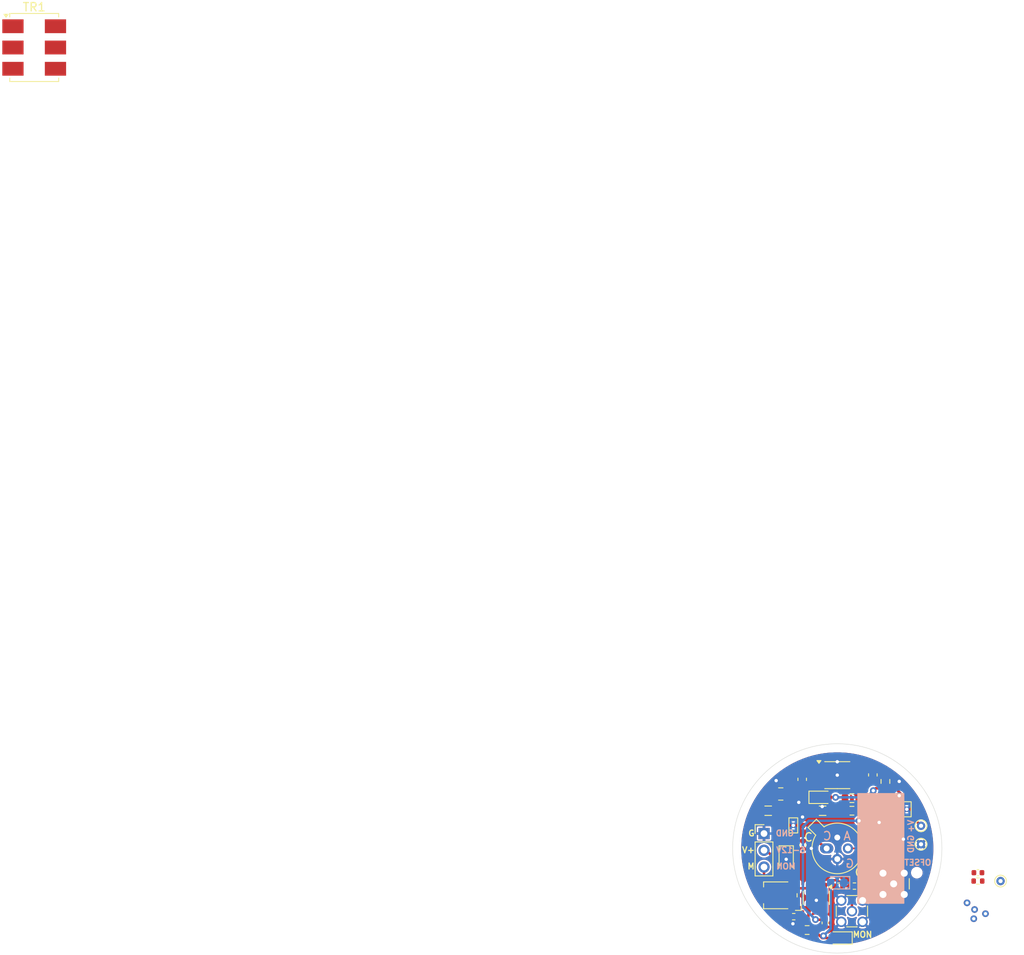
<source format=kicad_pcb>
(kicad_pcb (version 20241229) (generator "pcbnew") (generator_version "9.0")
  (layers (0 "F.Cu" signal) (2 "B.Cu" signal) (13 "F.Paste" user) (15 "B.Paste" user) (5 "F.SilkS" user "F.Silkscreen") (7 "B.SilkS" user "B.Silkscreen") (1 "F.Mask" user) (3 "B.Mask" user) (25 "Edge.Cuts" user))
  (net 0 "")
  (net 1 "/+9V")
  (net 2 "GND")
  (net 3 "/SET+")
  (net 4 "+5V")
  (net 5 "Net-(D3-K)")
  (net 6 "Net-(C5-Pad1)")
  (net 7 "Net-(U2-Iin)")
  (net 8 "Net-(D3-A)")
  (net 9 "Net-(J2-In)")
  (net 10 "Net-(D2-A)")
  (net 11 "Net-(L1-Pad1)")
  (net 12 "Net-(U2-CCAP)")
  (net 14 "Net-(U2-OFFSET)")
  (net 15 "Net-(J3-In)")
  (net 16 "Net-(J1-Pin_3)")
  (net 17 "Net-(R7-Pad2)")
  (net 18 "Net-(U3-+)")
  (net 19 "Net-(D1-K)")
  (net 20 "Net-(D1-A)")
  (net 21 "Net-(U3--)")
  (net 22 "Net-(D4-A)")
  (net 23 "Net-(U2-+V)")
  (footprint "RF_Mini-Circuits:Mini-Circuits_CD542_H2.84mm" (layer "F.Cu") (at 4.085 4.345)
    (property "Reference" "TR1" (at 0 -4.826 0) (layer "F.SilkS"))
    (property "Value" "ADT1.5-1")
    (fp_line (start -2.921 -4.064) (end -2.921 -3.65) (stroke (width 0.12)) (layer "F.SilkS"))
    (fp_line (start -2.921 3.65) (end -2.921 4.064) (stroke (width 0.12)) (layer "F.SilkS"))
    (fp_line (start -2.921 4.064) (end 2.921 4.064) (stroke (width 0.12)) (layer "F.SilkS"))
    (fp_line (start 2.921 -4.064) (end -2.921 -4.064) (stroke (width 0.12)) (layer "F.SilkS"))
    (fp_line (start 2.921 -4.064) (end 2.921 -3.65) (stroke (width 0.12)) (layer "F.SilkS"))
    (fp_line (start 2.921 3.65) (end 2.921 4.064) (stroke (width 0.12)) (layer "F.SilkS"))
    (fp_poly (pts (xy -3.3655 -3.63) (xy -3.6055 -3.966) (xy -3.1255 -3.966) (xy -3.3655 -3.63)) (stroke (width 0.12)) (fill yes) (layer "F.SilkS"))
    (pad "1" smd rect (at -2.54 -2.54) (size 2.54 1.65) (layers "F.Cu" "F.Mask" "F.Paste"))
    (pad "2" smd rect (at -2.54 0) (size 2.54 1.65) (layers "F.Cu" "F.Mask" "F.Paste"))
    (pad "3" smd rect (at -2.54 2.54) (size 2.54 1.65) (layers "F.Cu" "F.Mask" "F.Paste"))
    (pad "4" smd rect (at 2.54 2.54) (size 2.54 1.65) (layers "F.Cu" "F.Mask" "F.Paste"))
    (pad "5" smd rect (at 2.54 0) (size 2.54 1.65) (layers "F.Cu" "F.Mask" "F.Paste"))
    (pad "6" smd rect (at 2.54 -2.54) (size 2.54 1.65) (layers "F.Cu" "F.Mask" "F.Paste"))
  )
  (footprint "Resistor_SMD:R_0402_1005Metric" (layer "F.Cu") (at 116.8 103.9)
    (property "Reference" "R7" (hide yes))
    (property "Value" "49.9")
    (fp_line (start -0.153641 -0.38) (end 0.153641 -0.38) (stroke (width 0.12)) (layer "F.SilkS"))
    (fp_line (start -0.153641 0.38) (end 0.153641 0.38) (stroke (width 0.12)) (layer "F.SilkS"))
    (pad "1" smd roundrect (at -0.51 0) (size 0.54 0.64) (layers "F.Cu" "F.Mask" "F.Paste") (net 14 "Net-(U2-OFFSET)"))
    (pad "2" smd roundrect (at 0.51 0) (size 0.54 0.64) (layers "F.Cu" "F.Mask" "F.Paste") (net 17 "Net-(R7-Pad2)"))
  )
  (footprint "Resistor_SMD:R_0603_1608Metric" (layer "F.Cu") (at 101.75 95.5 180)
    (property "Reference" "R3" (hide yes))
    (property "Value" "300R")
    (fp_line (start -0.237258 0.5225) (end 0.237258 0.5225) (stroke (width 0.12)) (layer "F.SilkS"))
    (fp_line (start -0.237258 -0.5225) (end 0.237258 -0.5225) (stroke (width 0.12)) (layer "F.SilkS"))
    (pad "1" smd roundrect (at -0.825 0 180) (size 0.8 0.95) (layers "F.Cu" "F.Mask" "F.Paste") (net 4 "+5V"))
    (pad "2" smd roundrect (at 0.825 0 180) (size 0.8 0.95) (layers "F.Cu" "F.Mask" "F.Paste") (net 11 "Net-(L1-Pad1)"))
  )
  (footprint "Resistor_SMD:R_0402_1005Metric" (layer "F.Cu") (at 102.05 104.5 180)
    (property "Reference" "R6" (hide yes))
    (property "Value" "100k")
    (fp_line (start -0.153641 0.38) (end 0.153641 0.38) (stroke (width 0.12)) (layer "F.SilkS"))
    (fp_line (start -0.153641 -0.38) (end 0.153641 -0.38) (stroke (width 0.12)) (layer "F.SilkS"))
    (pad "1" smd roundrect (at -0.51 0 180) (size 0.54 0.64) (layers "F.Cu" "F.Mask" "F.Paste") (net 15 "Net-(J3-In)"))
    (pad "2" smd roundrect (at 0.51 0 180) (size 0.54 0.64) (layers "F.Cu" "F.Mask" "F.Paste") (net 18 "Net-(U3-+)"))
  )
  (footprint "Diode_SMD:D_SOD-323" (layer "F.Cu") (at 93.9 101.3 -90)
    (property "Reference" "D1" (hide yes))
    (property "Value" "1N5819WS")
    (fp_line (start -1.61 0.85) (end 1.05 0.85) (stroke (width 0.12)) (layer "F.SilkS"))
    (fp_line (start -1.61 -0.85) (end -1.61 0.85) (stroke (width 0.12)) (layer "F.SilkS"))
    (fp_line (start -1.61 -0.85) (end 1.05 -0.85) (stroke (width 0.12)) (layer "F.SilkS"))
    (pad "1" smd roundrect (at -1.05 0 270) (size 0.6 0.45) (layers "F.Cu" "F.Mask" "F.Paste") (net 19 "Net-(D1-K)"))
    (pad "2" smd roundrect (at 1.05 0 270) (size 0.6 0.45) (layers "F.Cu" "F.Mask" "F.Paste") (net 20 "Net-(D1-A)"))
  )
  (footprint "Capacitor_SMD:C_0603_1608Metric" (layer "F.Cu") (at 95.809 91.75 -90)
    (property "Reference" "C1" (hide yes))
    (property "Value" "4u7")
    (fp_line (start -0.14058 0.51) (end 0.14058 0.51) (stroke (width 0.12)) (layer "F.SilkS"))
    (fp_line (start -0.14058 -0.51) (end 0.14058 -0.51) (stroke (width 0.12)) (layer "F.SilkS"))
    (pad "1" smd roundrect (at -0.775 0 270) (size 0.9 0.95) (layers "F.Cu" "F.Mask" "F.Paste") (net 1 "/+9V"))
    (pad "2" smd roundrect (at 0.775 0 270) (size 0.9 0.95) (layers "F.Cu" "F.Mask" "F.Paste") (net 2 "GND"))
  )
  (footprint "Package_SO:MSOP-10-1EP_3x3mm_P0.5mm_EP1.68x1.88mm" (layer "F.Cu") (at 100 91.25)
    (property "Reference" "U1" (hide yes))
    (property "Value" "LT3042EMSE")
    (fp_line (start 0 -1.61) (end -1.5 -1.61) (stroke (width 0.12)) (layer "F.SilkS"))
    (fp_line (start 0 -1.61) (end 1.5 -1.61) (stroke (width 0.12)) (layer "F.SilkS"))
    (fp_line (start 0 1.61) (end -1.5 1.61) (stroke (width 0.12)) (layer "F.SilkS"))
    (fp_line (start 0 1.61) (end 1.5 1.61) (stroke (width 0.12)) (layer "F.SilkS"))
    (fp_poly (pts (xy -2.1875 -1.41) (xy -2.4275 -1.74) (xy -1.9475 -1.74) (xy -2.1875 -1.41)) (stroke (width 0.12)) (fill yes) (layer "F.SilkS"))
    (pad "1" smd roundrect (at -2.15 -1) (size 1.45 0.3) (layers "F.Cu" "F.Mask" "F.Paste") (net 1 "/+9V"))
    (pad "2" smd roundrect (at -2.15 -0.5) (size 1.45 0.3) (layers "F.Cu" "F.Mask" "F.Paste") (net 1 "/+9V"))
    (pad "3" smd roundrect (at -2.15 0) (size 1.45 0.3) (layers "F.Cu" "F.Mask" "F.Paste") (net 1 "/+9V"))
    (pad "4" smd roundrect (at -2.15 0.5) (size 1.45 0.3) (layers "F.Cu" "F.Mask" "F.Paste"))
    (pad "5" smd roundrect (at -2.15 1) (size 1.45 0.3) (layers "F.Cu" "F.Mask" "F.Paste") (net 2 "GND"))
    (pad "6" smd roundrect (at 2.15 1) (size 1.45 0.3) (layers "F.Cu" "F.Mask" "F.Paste") (net 1 "/+9V"))
    (pad "7" smd roundrect (at 2.15 0.5) (size 1.45 0.3) (layers "F.Cu" "F.Mask" "F.Paste") (net 3 "/SET+"))
    (pad "8" smd roundrect (at 2.15 0) (size 1.45 0.3) (layers "F.Cu" "F.Mask" "F.Paste") (net 2 "GND"))
    (pad "9" smd roundrect (at 2.15 -0.5) (size 1.45 0.3) (layers "F.Cu" "F.Mask" "F.Paste") (net 4 "+5V"))
    (pad "10" smd roundrect (at 2.15 -1) (size 1.45 0.3) (layers "F.Cu" "F.Mask" "F.Paste") (net 4 "+5V"))
    (pad "11" smd rect (at 0 0) (size 1.68 1.88) (property pad_prop_heatsink) (layers "F.Cu" "F.Mask") (net 2 "GND"))
  )
  (footprint "Capacitor_SMD:C_0402_1005Metric" (layer "F.Cu") (at 104.3 101.1 180)
    (property "Reference" "C13" (hide yes))
    (property "Value" "1u")
    (fp_line (start -0.107836 0.36) (end 0.107836 0.36) (stroke (width 0.12)) (layer "F.SilkS"))
    (fp_line (start -0.107836 -0.36) (end 0.107836 -0.36) (stroke (width 0.12)) (layer "F.SilkS"))
    (pad "1" smd roundrect (at -0.48 0 180) (size 0.56 0.62) (layers "F.Cu" "F.Mask" "F.Paste") (net 12 "Net-(U2-CCAP)"))
    (pad "2" smd roundrect (at 0.48 0 180) (size 0.56 0.62) (layers "F.Cu" "F.Mask" "F.Paste") (net 2 "GND"))
  )
  (footprint "Capacitor_SMD:C_0603_1608Metric" (layer "F.Cu") (at 104.25 95.05 -90)
    (property "Reference" "C2" (hide yes))
    (property "Value" "4u7")
    (fp_line (start -0.14058 0.51) (end 0.14058 0.51) (stroke (width 0.12)) (layer "F.SilkS"))
    (fp_line (start -0.14058 -0.51) (end 0.14058 -0.51) (stroke (width 0.12)) (layer "F.SilkS"))
    (pad "1" smd roundrect (at -0.775 0 270) (size 0.9 0.95) (layers "F.Cu" "F.Mask" "F.Paste") (net 3 "/SET+"))
    (pad "2" smd roundrect (at 0.775 0 270) (size 0.9 0.95) (layers "F.Cu" "F.Mask" "F.Paste") (net 2 "GND"))
  )
  (footprint "Potentiometer_SMD:Potentiometer_Bourns_TC33X_Vertical" (layer "F.Cu") (at 93.1 105.6 180)
    (property "Reference" "RV1" (hide yes))
    (property "Value" "100k")
    (fp_line (start 1.9 1.6) (end 1.9 1) (stroke (width 0.12)) (layer "F.SilkS"))
    (fp_line (start 1.9 -1.6) (end 1.9 -1) (stroke (width 0.12)) (layer "F.SilkS"))
    (fp_line (start -1 1.6) (end 1.9 1.6) (stroke (width 0.12)) (layer "F.SilkS"))
    (fp_line (start -1 -1.6) (end 1.9 -1.6) (stroke (width 0.12)) (layer "F.SilkS"))
    (fp_line (start -1.9 -1.8) (end -2.6 -1.8) (stroke (width 0.12)) (layer "F.SilkS"))
    (fp_line (start -2.1 -0.2) (end -2.1 0.2) (stroke (width 0.12)) (layer "F.SilkS"))
    (fp_line (start -2.6 -1.8) (end -2.6 -1.1) (stroke (width 0.12)) (layer "F.SilkS"))
    (pad "1" smd rect (at -1.8 -1 180) (size 1.2 1.2) (layers "F.Cu" "F.Mask" "F.Paste") (net 16 "Net-(J1-Pin_3)"))
    (pad "2" smd rect (at 1.45 0 180) (size 1.5 1.6) (layers "F.Cu" "F.Mask" "F.Paste") (net 16 "Net-(J1-Pin_3)"))
    (pad "3" smd rect (at -1.8 1 180) (size 1.2 1.2) (layers "F.Cu" "F.Mask" "F.Paste") (net 21 "Net-(U3--)"))
  )
  (footprint "NFM:NFM21C" (layer "F.Cu") (at 108.3 95.325 -90)
    (property "Reference" "C6" (hide yes))
    (property "Value" "NFM21PC105B1C3D")
    (fp_rect (start -0.9 0.525) (end 0.9 -0.525) (stroke (width 0.12)) (fill no) (layer "F.SilkS"))
    (pad "1" smd roundrect (at -1.425 0 270) (size 1.4 0.8) (layers "F.Cu" "F.Mask" "F.Paste") (roundrect_rratio 0.05) (net 4 "+5V"))
    (pad "2" smd roundrect (at 0 -0.85 270) (size 0.6 1.1) (layers "F.Cu" "F.Mask" "F.Paste") (roundrect_rratio 0.05) (net 2 "GND"))
    (pad "2" thru_hole circle (at 0 0 270) (size 0.6 0.6) (drill 0.4) (layers "*.Cu") (net 2 "GND"))
    (pad "2" smd rect (at 0 0 270) (size 0.6 0.7) (layers "F.Cu") (net 2 "GND"))
    (pad "2" smd roundrect (at 0 0.85 270) (size 0.6 1.1) (layers "F.Cu" "F.Mask" "F.Paste") (roundrect_rratio 0.05) (net 2 "GND"))
    (pad "3" smd roundrect (at 1.425 0 270) (size 1.4 0.8) (layers "F.Cu" "F.Mask" "F.Paste") (roundrect_rratio 0.05) (net 23 "Net-(U2-+V)"))
  )
  (footprint "Capacitor_SMD:C_0402_1005Metric" (layer "F.Cu") (at 100.15 104.5)
    (property "Reference" "C11" (hide yes))
    (property "Value" "1n")
    (fp_line (start -0.107836 -0.36) (end 0.107836 -0.36) (stroke (width 0.12)) (layer "F.SilkS"))
    (fp_line (start -0.107836 0.36) (end 0.107836 0.36) (stroke (width 0.12)) (layer "F.SilkS"))
    (pad "1" smd roundrect (at -0.48 0) (size 0.56 0.62) (layers "F.Cu" "F.Mask" "F.Paste") (net 2 "GND"))
    (pad "2" smd roundrect (at 0.48 0) (size 0.56 0.62) (layers "F.Cu" "F.Mask" "F.Paste") (net 18 "Net-(U3-+)"))
  )
  (footprint "Capacitor_SMD:C_0402_1005Metric" (layer "F.Cu") (at 116.8 102.9 180)
    (property "Reference" "C14" (hide yes))
    (property "Value" "1u")
    (fp_line (start -0.107836 0.36) (end 0.107836 0.36) (stroke (width 0.12)) (layer "F.SilkS"))
    (fp_line (start -0.107836 -0.36) (end 0.107836 -0.36) (stroke (width 0.12)) (layer "F.SilkS"))
    (pad "1" smd roundrect (at -0.48 0 180) (size 0.56 0.62) (layers "F.Cu" "F.Mask" "F.Paste") (net 2 "GND"))
    (pad "2" smd roundrect (at 0.48 0 180) (size 0.56 0.62) (layers "F.Cu" "F.Mask" "F.Paste") (net 14 "Net-(U2-OFFSET)"))
  )
  (footprint "Resistor_SMD:R_0603_1608Metric" (layer "F.Cu") (at 105.8 95 -90)
    (property "Reference" "R1" (hide yes))
    (property "Value" "51k")
    (fp_line (start -0.237258 0.5225) (end 0.237258 0.5225) (stroke (width 0.12)) (layer "F.SilkS"))
    (fp_line (start -0.237258 -0.5225) (end 0.237258 -0.5225) (stroke (width 0.12)) (layer "F.SilkS"))
    (pad "1" smd roundrect (at -0.825 0 270) (size 0.8 0.95) (layers "F.Cu" "F.Mask" "F.Paste") (net 3 "/SET+"))
    (pad "2" smd roundrect (at 0.825 0 270) (size 0.8 0.95) (layers "F.Cu" "F.Mask" "F.Paste") (net 2 "GND"))
  )
  (footprint "Package_DFN_QFN:TDFN-8_1.4x1.6mm_P0.4mm" (layer "F.Cu") (at 106.6 100.2)
    (property "Reference" "U2" (hide yes))
    (property "Value" "MAX40658")
    (fp_line (start -0.7 -0.96) (end 0.7 -0.96) (stroke (width 0.12)) (layer "F.SilkS"))
    (fp_line (start -0.7 0.96) (end 0.7 0.96) (stroke (width 0.12)) (layer "F.SilkS"))
    (fp_poly (pts (xy -1.25 -0.87) (xy -1.53 -0.87) (xy -1.25 -1.15) (xy -1.25 -0.87)) (stroke (width 0.12)) (fill yes) (layer "F.SilkS"))
    (pad "1" smd roundrect (at -0.675 -0.6) (size 0.8 0.2) (layers "F.Cu" "F.Mask" "F.Paste") (net 23 "Net-(U2-+V)"))
    (pad "2" smd roundrect (at -0.675 -0.2) (size 0.8 0.2) (layers "F.Cu" "F.Mask" "F.Paste") (net 7 "Net-(U2-Iin)"))
    (pad "3" smd roundrect (at -0.675 0.2) (size 0.8 0.2) (layers "F.Cu" "F.Mask" "F.Paste") (net 12 "Net-(U2-CCAP)"))
    (pad "4" smd roundrect (at -0.675 0.6) (size 0.8 0.2) (layers "F.Cu" "F.Mask" "F.Paste") (net 14 "Net-(U2-OFFSET)"))
    (pad "5" smd roundrect (at 0.675 0.6) (size 0.8 0.2) (layers "F.Cu" "F.Mask" "F.Paste") (net 2 "GND"))
    (pad "6" smd roundrect (at 0.675 0.2) (size 0.8 0.2) (layers "F.Cu" "F.Mask" "F.Paste") (net 15 "Net-(J3-In)"))
    (pad "7" smd roundrect (at 0.675 -0.2) (size 0.8 0.2) (layers "F.Cu" "F.Mask" "F.Paste") (net 9 "Net-(J2-In)"))
    (pad "8" smd roundrect (at 0.675 -0.6) (size 0.8 0.2) (layers "F.Cu" "F.Mask" "F.Paste") (net 2 "GND"))
  )
  (footprint "Capacitor_SMD:C_0402_1005Metric" (layer "F.Cu") (at 106.5 98.6)
    (property "Reference" "C10" (hide yes))
    (property "Value" "1n C0G")
    (fp_line (start -0.107836 -0.36) (end 0.107836 -0.36) (stroke (width 0.12)) (layer "F.SilkS"))
    (fp_line (start -0.107836 0.36) (end 0.107836 0.36) (stroke (width 0.12)) (layer "F.SilkS"))
    (pad "1" smd roundrect (at -0.48 0) (size 0.56 0.62) (layers "F.Cu" "F.Mask" "F.Paste") (net 23 "Net-(U2-+V)"))
    (pad "2" smd roundrect (at 0.48 0) (size 0.56 0.62) (layers "F.Cu" "F.Mask" "F.Paste") (net 2 "GND"))
  )
  (footprint "Capacitor_SMD:C_0402_1005Metric" (layer "F.Cu") (at 95.9 99.6 90)
    (property "Reference" "C15" (hide yes))
    (property "Value" "1n C0G")
    (fp_line (start -0.107836 -0.36) (end 0.107836 -0.36) (stroke (width 0.12)) (layer "F.SilkS"))
    (fp_line (start -0.107836 0.36) (end 0.107836 0.36) (stroke (width 0.12)) (layer "F.SilkS"))
    (pad "1" smd roundrect (at -0.48 0 90) (size 0.56 0.62) (layers "F.Cu" "F.Mask" "F.Paste") (net 2 "GND"))
    (pad "2" smd roundrect (at 0.48 0 90) (size 0.56 0.62) (layers "F.Cu" "F.Mask" "F.Paste") (net 5 "Net-(D3-K)"))
  )
  (footprint "TestPoint:TestPoint_THTPad_D1.0mm_Drill0.5mm" (layer "F.Cu") (at 110 99.5)
    (property "Reference" "TP2" (hide yes))
    (property "Value" "GND")
    (fp_circle (center 0 0) (end 0 0.7) (stroke (width 0.12)) (fill no) (layer "F.SilkS"))
    (pad "1" thru_hole circle (at 0 0) (size 1 1) (drill 0.5) (layers "*.Cu" "*.Mask") (net 2 "GND"))
  )
  (footprint "Resistor_SMD:R_0402_1005Metric" (layer "F.Cu") (at 104.3 98.9)
    (property "Reference" "R12" (hide yes))
    (property "Value" "49.9")
    (fp_line (start -0.153641 -0.38) (end 0.153641 -0.38) (stroke (width 0.12)) (layer "F.SilkS"))
    (fp_line (start -0.153641 0.38) (end 0.153641 0.38) (stroke (width 0.12)) (layer "F.SilkS"))
    (pad "1" smd roundrect (at -0.51 0) (size 0.54 0.64) (layers "F.Cu" "F.Mask" "F.Paste") (net 8 "Net-(D3-A)"))
    (pad "2" smd roundrect (at 0.51 0) (size 0.54 0.64) (layers "F.Cu" "F.Mask" "F.Paste") (net 2 "GND"))
  )
  (footprint "Inductor_SMD:L_0805_2012Metric" (layer "F.Cu") (at 98.25 95.5 180)
    (property "Reference" "L1" (hide yes))
    (property "Value" "100u")
    (fp_line (start -0.399622 0.56) (end 0.399622 0.56) (stroke (width 0.12)) (layer "F.SilkS"))
    (fp_line (start -0.399622 -0.56) (end 0.399622 -0.56) (stroke (width 0.12)) (layer "F.SilkS"))
    (pad "1" smd roundrect (at -1.0625 0 180) (size 0.875 1.2) (layers "F.Cu" "F.Mask" "F.Paste") (net 11 "Net-(L1-Pad1)"))
    (pad "2" smd roundrect (at 1.0625 0 180) (size 0.875 1.2) (layers "F.Cu" "F.Mask" "F.Paste") (net 6 "Net-(C5-Pad1)"))
  )
  (footprint "Connector_PinHeader_2.00mm:PinHeader_1x03_P2.00mm_Vertical" (layer "F.Cu") (at 91.25 98.225)
    (property "Reference" "J1" (hide yes))
    (property "Value" "Conn_01x03")
    (fp_line (start -1.06 -1.06) (end 0 -1.06) (stroke (width 0.12)) (layer "F.SilkS"))
    (fp_line (start -1.06 0) (end -1.06 -1.06) (stroke (width 0.12)) (layer "F.SilkS"))
    (fp_line (start -1.06 1) (end -1.06 5.06) (stroke (width 0.12)) (layer "F.SilkS"))
    (fp_line (start -1.06 1) (end 1.06 1) (stroke (width 0.12)) (layer "F.SilkS"))
    (fp_line (start -1.06 5.06) (end 1.06 5.06) (stroke (width 0.12)) (layer "F.SilkS"))
    (fp_line (start 1.06 1) (end 1.06 5.06) (stroke (width 0.12)) (layer "F.SilkS"))
    (pad "1" thru_hole rect (at 0 0) (size 1.35 1.35) (drill 0.8) (layers "*.Cu" "*.Mask") (net 2 "GND"))
    (pad "2" thru_hole oval (at 0 2) (size 1.35 1.35) (drill 0.8) (layers "*.Cu" "*.Mask") (net 20 "Net-(D1-A)"))
    (pad "3" thru_hole oval (at 0 4) (size 1.35 1.35) (drill 0.8) (layers "*.Cu" "*.Mask") (net 16 "Net-(J1-Pin_3)"))
  )
  (footprint "Resistor_SMD:R_0402_1005Metric" (layer "F.Cu") (at 94.8 108.15)
    (property "Reference" "R10" (hide yes))
    (property "Value" "10k")
    (fp_line (start -0.153641 -0.38) (end 0.153641 -0.38) (stroke (width 0.12)) (layer "F.SilkS"))
    (fp_line (start -0.153641 0.38) (end 0.153641 0.38) (stroke (width 0.12)) (layer "F.SilkS"))
    (pad "1" smd roundrect (at -0.51 0) (size 0.54 0.64) (layers "F.Cu" "F.Mask" "F.Paste") (net 21 "Net-(U3--)"))
    (pad "2" smd roundrect (at 0.51 0) (size 0.54 0.64) (layers "F.Cu" "F.Mask" "F.Paste") (net 2 "GND"))
  )
  (footprint "Capacitor_SMD:C_0402_1005Metric" (layer "F.Cu") (at 98.55 108.9 -90)
    (property "Reference" "C4" (hide yes))
    (property "Value" "100n")
    (fp_line (start -0.107836 0.36) (end 0.107836 0.36) (stroke (width 0.12)) (layer "F.SilkS"))
    (fp_line (start -0.107836 -0.36) (end 0.107836 -0.36) (stroke (width 0.12)) (layer "F.SilkS"))
    (pad "1" smd roundrect (at -0.48 0 270) (size 0.56 0.62) (layers "F.Cu" "F.Mask" "F.Paste") (net 4 "+5V"))
    (pad "2" smd roundrect (at 0.48 0 270) (size 0.56 0.62) (layers "F.Cu" "F.Mask" "F.Paste") (net 2 "GND"))
  )
  (footprint "Connector_Coaxial:MMCX_Molex_73415-1471_Vertical" (layer "F.Cu") (at 101.75 107.5 180)
    (property "Reference" "J2" (hide yes))
    (property "Value" "RF")
    (fp_line (start 1.87 0.62) (end 1.87 -0.62) (stroke (width 0.12)) (layer "F.SilkS"))
    (fp_line (start 0.62 1.87) (end -0.62 1.87) (stroke (width 0.12)) (layer "F.SilkS"))
    (fp_line (start 0.62 -1.87) (end -0.62 -1.87) (stroke (width 0.12)) (layer "F.SilkS"))
    (fp_line (start -1.87 0.62) (end -1.87 -0.62) (stroke (width 0.12)) (layer "F.SilkS"))
    (pad "1" thru_hole circle (at 0 0 180) (size 1.24 1.24) (drill 0.84) (layers "*.Cu" "*.Mask") (net 9 "Net-(J2-In)"))
    (pad "2" thru_hole circle (at -1.27 -1.27 180) (size 1.24 1.24) (drill 0.84) (layers "*.Cu" "*.Mask") (net 2 "GND"))
    (pad "2" thru_hole circle (at -1.27 1.27 180) (size 1.24 1.24) (drill 0.84) (layers "*.Cu" "*.Mask") (net 2 "GND"))
    (pad "2" thru_hole circle (at 1.27 -1.27 180) (size 1.24 1.24) (drill 0.84) (layers "*.Cu" "*.Mask") (net 2 "GND"))
    (pad "2" thru_hole circle (at 1.27 1.27 180) (size 1.24 1.24) (drill 0.84) (layers "*.Cu" "*.Mask") (net 2 "GND"))
  )
  (footprint "NFM:NFM21C" (layer "F.Cu") (at 94.75 97.25 -90)
    (property "Reference" "C5" (hide yes))
    (property "Value" "NFM21PC105B1C3D")
    (fp_rect (start -0.9 0.525) (end 0.9 -0.525) (stroke (width 0.12)) (fill no) (layer "F.SilkS"))
    (pad "1" smd roundrect (at -1.425 0 270) (size 1.4 0.8) (layers "F.Cu" "F.Mask" "F.Paste") (roundrect_rratio 0.05) (net 6 "Net-(C5-Pad1)"))
    (pad "2" smd roundrect (at 0 -0.85 270) (size 0.6 1.1) (layers "F.Cu" "F.Mask" "F.Paste") (roundrect_rratio 0.05) (net 2 "GND"))
    (pad "2" thru_hole circle (at 0 0 270) (size 0.6 0.6) (drill 0.4) (layers "*.Cu") (net 2 "GND"))
    (pad "2" smd rect (at 0 0 270) (size 0.6 0.7) (layers "F.Cu") (net 2 "GND"))
    (pad "2" smd roundrect (at 0 0.85 270) (size 0.6 1.1) (layers "F.Cu" "F.Mask" "F.Paste") (roundrect_rratio 0.05) (net 2 "GND"))
    (pad "3" smd roundrect (at 1.425 0 270) (size 1.4 0.8) (layers "F.Cu" "F.Mask" "F.Paste") (roundrect_rratio 0.05) (net 5 "Net-(D3-K)"))
  )
  (footprint "Package_TO_SOT_SMD:SOT-23-5" (layer "F.Cu") (at 97.5 105.9 -90)
    (property "Reference" "U3" (hide yes))
    (property "Value" "LM321")
    (fp_line (start 0 1.56) (end -0.8 1.56) (stroke (width 0.12)) (layer "F.SilkS"))
    (fp_line (start 0 1.56) (end 0.8 1.56) (stroke (width 0.12)) (layer "F.SilkS"))
    (fp_line (start 0 -1.56) (end -0.8 -1.56) (stroke (width 0.12)) (layer "F.SilkS"))
    (fp_line (start 0 -1.56) (end 0.8 -1.56) (stroke (width 0.12)) (layer "F.SilkS"))
    (fp_poly (pts (xy -1.3 -1.51) (xy -1.54 -1.84) (xy -1.06 -1.84) (xy -1.3 -1.51)) (stroke (width 0.12)) (fill yes) (layer "F.SilkS"))
    (pad "1" smd roundrect (at -1.1375 -0.95 270) (size 1.325 0.6) (layers "F.Cu" "F.Mask" "F.Paste") (net 18 "Net-(U3-+)"))
    (pad "2" smd roundrect (at -1.1375 0 270) (size 1.325 0.6) (layers "F.Cu" "F.Mask" "F.Paste") (net 2 "GND"))
    (pad "3" smd roundrect (at -1.1375 0.95 270) (size 1.325 0.6) (layers "F.Cu" "F.Mask" "F.Paste") (net 21 "Net-(U3--)"))
    (pad "4" smd roundrect (at 1.1375 0.95 270) (size 1.325 0.6) (layers "F.Cu" "F.Mask" "F.Paste") (net 16 "Net-(J1-Pin_3)"))
    (pad "5" smd roundrect (at 1.1375 -0.95 270) (size 1.325 0.6) (layers "F.Cu" "F.Mask" "F.Paste") (net 4 "+5V"))
  )
  (footprint "Connector_Coaxial:MMCX_Molex_73415-1471_Vertical" (layer "F.Cu") (at 106.73 104.23)
    (property "Reference" "J3" (at -0.04 -3.2 0) (layer "F.SilkS"))
    (property "Value" "RF")
    (fp_line (start -1.87 0.62) (end -1.87 -0.62) (stroke (width 0.12)) (layer "F.SilkS"))
    (fp_line (start 0.62 -1.87) (end -0.62 -1.87) (stroke (width 0.12)) (layer "F.SilkS"))
    (fp_line (start 0.62 1.87) (end -0.62 1.87) (stroke (width 0.12)) (layer "F.SilkS"))
    (fp_line (start 1.87 0.62) (end 1.87 -0.62) (stroke (width 0.12)) (layer "F.SilkS"))
    (pad "1" thru_hole circle (at 0 0) (size 1.24 1.24) (drill 0.84) (layers "*.Cu" "*.Mask") (net 15 "Net-(J3-In)"))
    (pad "2" thru_hole circle (at -1.27 -1.27) (size 1.24 1.24) (drill 0.84) (layers "*.Cu" "*.Mask") (net 2 "GND"))
    (pad "2" thru_hole circle (at -1.27 1.27) (size 1.24 1.24) (drill 0.84) (layers "*.Cu" "*.Mask") (net 2 "GND"))
    (pad "2" thru_hole circle (at 1.27 -1.27) (size 1.24 1.24) (drill 0.84) (layers "*.Cu" "*.Mask") (net 2 "GND"))
    (pad "2" thru_hole circle (at 1.27 1.27) (size 1.24 1.24) (drill 0.84) (layers "*.Cu" "*.Mask") (net 2 "GND"))
  )
  (footprint "LED_SMD:LED_0603_1608Metric" (layer "F.Cu") (at 100.3 110.7 180)
    (property "Reference" "D4" (hide yes))
    (property "Value" "LED")
    (fp_line (start 0.8 -0.735) (end -1.485 -0.735) (stroke (width 0.12)) (layer "F.SilkS"))
    (fp_line (start -1.485 0.735) (end 0.8 0.735) (stroke (width 0.12)) (layer "F.SilkS"))
    (fp_line (start -1.485 -0.735) (end -1.485 0.735) (stroke (width 0.12)) (layer "F.SilkS"))
    (pad "1" smd roundrect (at -0.7875 0 180) (size 0.875 0.95) (layers "F.Cu" "F.Mask" "F.Paste") (net 2 "GND"))
    (pad "2" smd roundrect (at 0.7875 0 180) (size 0.875 0.95) (layers "F.Cu" "F.Mask" "F.Paste") (net 22 "Net-(D4-A)"))
  )
  (footprint "TestPoint:TestPoint_THTPad_D1.0mm_Drill0.5mm" (layer "F.Cu") (at 119.5 103.9)
    (property "Reference" "TP3" (hide yes))
    (property "Value" "OFFSET")
    (fp_circle (center 0 0) (end 0 0.7) (stroke (width 0.12)) (fill no) (layer "F.SilkS"))
    (pad "1" thru_hole circle (at 0 0) (size 1 1) (drill 0.5) (layers "*.Cu" "*.Mask") (net 17 "Net-(R7-Pad2)"))
  )
  (footprint "Resistor_SMD:R_0603_1608Metric" (layer "F.Cu") (at 105.75 92 90)
    (property "Reference" "R2" (hide yes))
    (property "Value" "1.5k")
    (fp_line (start -0.237258 -0.5225) (end 0.237258 -0.5225) (stroke (width 0.12)) (layer "F.SilkS"))
    (fp_line (start -0.237258 0.5225) (end 0.237258 0.5225) (stroke (width 0.12)) (layer "F.SilkS"))
    (pad "1" smd roundrect (at -0.825 0 90) (size 0.8 0.95) (layers "F.Cu" "F.Mask" "F.Paste") (net 10 "Net-(D2-A)"))
    (pad "2" smd roundrect (at 0.825 0 90) (size 0.8 0.95) (layers "F.Cu" "F.Mask" "F.Paste") (net 4 "+5V"))
  )
  (footprint "Capacitor_SMD:C_0402_1005Metric" (layer "F.Cu") (at 104.3 100)
    (property "Reference" "C8" (hide yes))
    (property "Value" "1n C0G")
    (fp_line (start -0.107836 -0.36) (end 0.107836 -0.36) (stroke (width 0.12)) (layer "F.SilkS"))
    (fp_line (start -0.107836 0.36) (end 0.107836 0.36) (stroke (width 0.12)) (layer "F.SilkS"))
    (pad "1" smd roundrect (at -0.48 0) (size 0.56 0.62) (layers "F.Cu" "F.Mask" "F.Paste") (net 8 "Net-(D3-A)"))
    (pad "2" smd roundrect (at 0.48 0) (size 0.56 0.62) (layers "F.Cu" "F.Mask" "F.Paste") (net 7 "Net-(U2-Iin)"))
  )
  (footprint "Capacitor_SMD:C_0805_2012Metric" (layer "F.Cu") (at 93.25 93.5 180)
    (property "Reference" "C12" (hide yes))
    (property "Value" "22u")
    (fp_line (start -0.261252 0.735) (end 0.261252 0.735) (stroke (width 0.12)) (layer "F.SilkS"))
    (fp_line (start -0.261252 -0.735) (end 0.261252 -0.735) (stroke (width 0.12)) (layer "F.SilkS"))
    (pad "1" smd roundrect (at -0.95 0 180) (size 1 1.45) (layers "F.Cu" "F.Mask" "F.Paste") (net 1 "/+9V"))
    (pad "2" smd roundrect (at 0.95 0 180) (size 1 1.45) (layers "F.Cu" "F.Mask" "F.Paste") (net 2 "GND"))
  )
  (footprint "Capacitor_SMD:C_0402_1005Metric" (layer "F.Cu") (at 106.5 97.6)
    (property "Reference" "C9" (hide yes))
    (property "Value" "10n")
    (fp_line (start -0.107836 -0.36) (end 0.107836 -0.36) (stroke (width 0.12)) (layer "F.SilkS"))
    (fp_line (start -0.107836 0.36) (end 0.107836 0.36) (stroke (width 0.12)) (layer "F.SilkS"))
    (pad "1" smd roundrect (at -0.48 0) (size 0.56 0.62) (layers "F.Cu" "F.Mask" "F.Paste") (net 23 "Net-(U2-+V)"))
    (pad "2" smd roundrect (at 0.48 0) (size 0.56 0.62) (layers "F.Cu" "F.Mask" "F.Paste") (net 2 "GND"))
  )
  (footprint "Capacitor_SMD:C_0603_1608Metric" (layer "F.Cu") (at 104.25 91.224 -90)
    (property "Reference" "C3" (hide yes))
    (property "Value" "4u7")
    (fp_line (start -0.14058 0.51) (end 0.14058 0.51) (stroke (width 0.12)) (layer "F.SilkS"))
    (fp_line (start -0.14058 -0.51) (end 0.14058 -0.51) (stroke (width 0.12)) (layer "F.SilkS"))
    (pad "1" smd roundrect (at -0.775 0 270) (size 0.9 0.95) (layers "F.Cu" "F.Mask" "F.Paste") (net 4 "+5V"))
    (pad "2" smd roundrect (at 0.775 0 270) (size 0.9 0.95) (layers "F.Cu" "F.Mask" "F.Paste") (net 2 "GND"))
  )
  (footprint "Inductor_SMD:L_0805_2012Metric" (layer "F.Cu") (at 91.75 95.5)
    (property "Reference" "L2" (hide yes))
    (property "Value" "100u")
    (fp_line (start -0.399622 -0.56) (end 0.399622 -0.56) (stroke (width 0.12)) (layer "F.SilkS"))
    (fp_line (start -0.399622 0.56) (end 0.399622 0.56) (stroke (width 0.12)) (layer "F.SilkS"))
    (pad "1" smd roundrect (at -1.0625 0) (size 0.875 1.2) (layers "F.Cu" "F.Mask" "F.Paste") (net 19 "Net-(D1-K)"))
    (pad "2" smd roundrect (at 1.0625 0) (size 0.875 1.2) (layers "F.Cu" "F.Mask" "F.Paste") (net 1 "/+9V"))
  )
  (footprint "Resistor_SMD:R_0603_1608Metric" (layer "F.Cu") (at 101.75 94 180)
    (property "Reference" "R9" (hide yes))
    (property "Value" "300R")
    (fp_line (start -0.237258 0.5225) (end 0.237258 0.5225) (stroke (width 0.12)) (layer "F.SilkS"))
    (fp_line (start -0.237258 -0.5225) (end 0.237258 -0.5225) (stroke (width 0.12)) (layer "F.SilkS"))
    (pad "1" smd roundrect (at -0.825 0 180) (size 0.8 0.95) (layers "F.Cu" "F.Mask" "F.Paste") (net 1 "/+9V"))
    (pad "2" smd roundrect (at 0.825 0 180) (size 0.8 0.95) (layers "F.Cu" "F.Mask" "F.Paste") (net 11 "Net-(L1-Pad1)"))
  )
  (footprint "Package_TO_SOT_THT:TO-18-3" (layer "F.Cu") (at 100 100)
    (property "Reference" "D3" (hide yes))
    (property "Value" "S597x")
    (fp_line (start -3.484448 -2.494499) (end -2.572281 -1.582331) (stroke (width 0.12)) (layer "F.SilkS"))
    (fp_line (start -2.494499 -3.484448) (end -3.484448 -2.494499) (stroke (width 0.12)) (layer "F.SilkS"))
    (fp_line (start -1.582331 -2.572281) (end -2.494499 -3.484448) (stroke (width 0.12)) (layer "F.SilkS"))
    (fp_arc (start -1.582331 -2.572281) (mid 2.135374 2.135551) (end -2.57215 -1.582544) (stroke (width 0.12)) (layer "F.SilkS"))
    (pad "1" thru_hole oval (at -1.27 0) (size 1.6 1.2) (drill 0.7) (layers "*.Cu" "*.Mask") (net 5 "Net-(D3-K)"))
    (pad "2" thru_hole oval (at 0 1.27) (size 1.2 1.2) (drill 0.7) (layers "*.Cu" "*.Mask") (net 2 "GND"))
    (pad "3" thru_hole oval (at 1.27 0) (size 1.2 1.2) (drill 0.7) (layers "*.Cu" "*.Mask") (net 8 "Net-(D3-A)"))
  )
  (footprint "TestPoint:TestPoint_THTPad_D1.0mm_Drill0.5mm" (layer "F.Cu") (at 110 97.3)
    (property "Reference" "TP1" (hide yes))
    (property "Value" "+V")
    (fp_circle (center 0 0) (end 0 0.7) (stroke (width 0.12)) (fill no) (layer "F.SilkS"))
    (pad "1" thru_hole circle (at 0 0) (size 1 1) (drill 0.5) (layers "*.Cu" "*.Mask") (net 23 "Net-(U2-+V)"))
  )
  (footprint "Resistor_SMD:R_0603_1608Metric" (layer "F.Cu") (at 96.4 109.75 180)
    (property "Reference" "R11" (hide yes))
    (property "Value" "1.5k")
    (fp_line (start -0.237258 0.5225) (end 0.237258 0.5225) (stroke (width 0.12)) (layer "F.SilkS"))
    (fp_line (start -0.237258 -0.5225) (end 0.237258 -0.5225) (stroke (width 0.12)) (layer "F.SilkS"))
    (pad "1" smd roundrect (at -0.825 0 180) (size 0.8 0.95) (layers "F.Cu" "F.Mask" "F.Paste") (net 22 "Net-(D4-A)"))
    (pad "2" smd roundrect (at 0.825 0 180) (size 0.8 0.95) (layers "F.Cu" "F.Mask" "F.Paste") (net 16 "Net-(J1-Pin_3)"))
  )
  (footprint "LED_SMD:LED_0603_1608Metric" (layer "F.Cu") (at 98.1 93.9)
    (property "Reference" "D2" (hide yes))
    (property "Value" "LED")
    (fp_line (start -1.485 -0.735) (end -1.485 0.735) (stroke (width 0.12)) (layer "F.SilkS"))
    (fp_line (start -1.485 0.735) (end 0.8 0.735) (stroke (width 0.12)) (layer "F.SilkS"))
    (fp_line (start 0.8 -0.735) (end -1.485 -0.735) (stroke (width 0.12)) (layer "F.SilkS"))
    (pad "1" smd roundrect (at -0.7875 0) (size 0.875 0.95) (layers "F.Cu" "F.Mask" "F.Paste") (net 2 "GND"))
    (pad "2" smd roundrect (at 0.7875 0) (size 0.875 0.95) (layers "F.Cu" "F.Mask" "F.Paste") (net 10 "Net-(D2-A)"))
  )
  (footprint "LED_SMD:LED_0603_1608Metric" (layer "B.Cu") (at 100 104.1 180)
    (property "Reference" "D5" (hide yes))
    (property "Value" "LED")
    (fp_line (start 0.8 -0.735) (end -1.485 -0.735) (stroke (width 0.12)) (layer "B.SilkS"))
    (fp_line (start -1.485 0.735) (end 0.8 0.735) (stroke (width 0.12)) (layer "B.SilkS"))
    (fp_line (start -1.485 -0.735) (end -1.485 0.735) (stroke (width 0.12)) (layer "B.SilkS"))
    (pad "1" smd roundrect (at -0.7875 0 180) (size 0.875 0.95) (layers "B.Cu" "B.Mask" "B.Paste") (net 2 "GND"))
    (pad "2" smd roundrect (at 0.7875 0 180) (size 0.875 0.95) (layers "B.Cu" "B.Mask" "B.Paste") (net 22 "Net-(D4-A)"))
  )
  (gr_rect (start 102.45 93.45) (end 107.95 106.55) (stroke (width 0.12)) (fill yes) (layer "B.SilkS"))
  (gr_circle (center 100 100) (end 112.5 100) (stroke (width 0.05)) (fill no) (layer "Edge.Cuts"))
  (gr_text "MON" (at 101.785 110.7 0) (layer "F.SilkS") (effects (font (size 0.7 0.7)) (justify left bottom)))
  (gr_text "C" (at 95.95 99.25 0) (layer "F.SilkS") (effects (font (size 1 1)) (justify left bottom)))
  (gr_text "G" (at 102 103.45 0) (layer "F.SilkS") (effects (font (size 1 1)) (justify left bottom)))
  (gr_text "M" (at 89.2 102.55 0) (layer "F.SilkS") (effects (font (size 0.7 0.7)) (justify left bottom)))
  (gr_text "V+" (at 88.55 100.6 0) (layer "F.SilkS") (effects (font (size 0.7 0.7)) (justify left bottom)))
  (gr_text "G" (at 89.3 98.6 0) (layer "F.SilkS") (effects (font (size 0.7 0.7)) (justify left bottom)))
  (gr_text "A" (at 102.55 98.35 0) (layer "F.SilkS") (effects (font (size 1 1)) (justify left bottom)))
  (gr_text "GND" (at 109.2 98.3 90) (layer "B.SilkS") (effects (font (size 0.7 0.7)) (justify left bottom mirror)))
  (gr_text "A" (at 101.7 99.1 -0) (layer "B.SilkS") (effects (font (size 1 1)) (justify left bottom mirror)))
  (gr_text "C" (at 99.4 99.1 -0) (layer "B.SilkS") (effects (font (size 1 1)) (justify left bottom mirror)))
  (gr_text "6-12V" (at 96.3 100.6 0) (layer "B.SilkS") (effects (font (size 0.7 0.7)) (justify left bottom mirror)))
  (gr_text "V+" (at 109.2 96.5 90) (layer "B.SilkS") (effects (font (size 0.7 0.7)) (justify left bottom mirror)))
  (gr_text "G" (at 102.1 102.4 -0) (layer "B.SilkS") (effects (font (size 1 1)) (justify left bottom mirror)))
  (gr_text "OFSET" (at 111.3 102.1 0) (layer "B.SilkS") (effects (font (size 0.7 0.7)) (justify left bottom mirror)))
  (gr_text "MON" (at 95.1 102.55 0) (layer "B.SilkS") (effects (font (size 0.7 0.7)) (justify left bottom mirror)))
  (gr_text "GND" (at 94.9 98.6 0) (layer "B.SilkS") (effects (font (size 0.7 0.7)) (justify left bottom mirror)))
  (segment (start 101.65 93) (end 102.15 92.5) (width 0.3) (layer "F.Cu") (net 1))
  (segment (start 94.2 93.5) (end 96.057696 93.5) (width 0.3) (layer "F.Cu") (net 1))
  (segment (start 101.575 93) (end 102.575 94) (width 0.3) (layer "F.Cu") (net 1))
  (segment (start 96.557696 93) (end 101.575 93) (width 0.3) (layer "F.Cu") (net 1))
  (segment (start 97.85 90.75) (end 96.084 90.75) (width 0.3) (layer "F.Cu") (net 1))
  (segment (start 95.809 90.975) (end 95.625 90.975) (width 0.6) (layer "F.Cu") (net 1))
  (segment (start 94.2 94.1125) (end 94.2 93.5) (width 0.6) (layer "F.Cu") (net 1))
  (segment (start 97.85 90.25) (end 96.358 90.25) (width 0.3) (layer "F.Cu") (net 1))
  (segment (start 97.85 91.25) (end 96.084 91.25) (width 0.3) (layer "F.Cu") (net 1))
  (segment (start 96.057696 93.5) (end 96.557696 93) (width 0.3) (layer "F.Cu") (net 1))
  (segment (start 101.575 93) (end 101.65 93) (width 0.3) (layer "F.Cu") (net 1))
  (segment (start 95.809 90.799) (end 95.809 90.975) (width 0.3) (layer "F.Cu") (net 1))
  (segment (start 95.625 90.975) (end 94.2 92.4) (width 0.6) (layer "F.Cu") (net 1))
  (segment (start 96.084 91.25) (end 95.809 90.975) (width 0.3) (layer "F.Cu") (net 1))
  (segment (start 96.358 90.25) (end 95.809 90.799) (width 0.3) (layer "F.Cu") (net 1))
  (segment (start 102.15 92.25) (end 102.15 92.5) (width 0.3) (layer "F.Cu") (net 1))
  (segment (start 94.2 92.4) (end 94.2 93.5) (width 0.6) (layer "F.Cu") (net 1))
  (segment (start 92.8125 95.5) (end 94.2 94.1125) (width 0.6) (layer "F.Cu") (net 1))
  (segment (start 97.85 92.25) (end 96.084 92.25) (width 0.3) (layer "F.Cu") (net 2))
  (segment (start 96.084 92.25) (end 95.809 92.525) (width 0.3) (layer "F.Cu") (net 2))
  (segment (start 102.15 91.25) (end 103.501 91.25) (width 0.3) (layer "F.Cu") (net 2))
  (segment (start 103.501 91.25) (end 104.25 91.999) (width 0.3) (layer "F.Cu") (net 2))
  (via (at 100.000001 91.249998) (size 0.8) (drill 0.4) (layers "F.Cu" "B.Cu") (net 2))
  (via (at 92.7 91.9) (size 0.8) (drill 0.4) (layers "F.Cu" "B.Cu") (net 2))
  (via (at 94.7 109) (size 0.8) (drill 0.4) (layers "F.Cu" "B.Cu") (net 2))
  (via (at 116.4 107.3) (size 0.8) (drill 0.4) (layers "F.Cu" "B.Cu") (net 2))
  (via (at 105 96.9) (size 0.8) (drill 0.4) (layers "F.Cu" "B.Cu") (net 2))
  (via (at 115.5 106.5) (size 0.8) (drill 0.4) (layers "F.Cu" "B.Cu") (net 2))
  (via (at 98.2 95) (size 0.8) (drill 0.4) (layers "F.Cu" "B.Cu") (net 2))
  (via (at 97.5 106.2) (size 0.8) (drill 0.4) (layers "F.Cu" "B.Cu") (net 2))
  (via (at 100 98.7) (size 1.2) (drill 0.7) (layers "F.Cu" "B.Cu") (net 2))
  (via (at 107.9 98.9) (size 0.8) (drill 0.4) (layers "F.Cu" "B.Cu") (net 2))
  (via (at 100 89.65) (size 0.8) (drill 0.4) (layers "F.Cu" "B.Cu") (net 2))
  (via (at 116.3 108.4) (size 0.8) (drill 0.4) (layers "F.Cu" "B.Cu") (net 2))
  (via (at 93.9 101.3) (size 0.8) (drill 0.4) (layers "F.Cu" "B.Cu") (net 2))
  (via (at 95.85 96.25) (size 0.8) (drill 0.4) (layers "F.Cu" "B.Cu") (net 2))
  (via (at 117.7 107.8) (size 0.8) (drill 0.4) (layers "F.Cu" "B.Cu") (net 2))
  (via (at 96.9 100) (size 0.8) (drill 0.4) (layers "F.Cu" "B.Cu") (net 2))
  (via (at 107.4 92) (size 0.8) (drill 0.4) (layers "F.Cu" "B.Cu") (net 2))
  (via (at 95.4 94.5) (size 0.8) (drill 0.4) (layers "F.Cu" "B.Cu") (net 2))
  (segment (start 104.25 94.225) (end 105.95 94.225) (width 0.3) (layer "F.Cu") (net 3))
  (segment (start 103.066 91.75) (end 103.365 92.049) (width 0.3) (layer "F.Cu") (net 3))
  (segment (start 103.365 93.34) (end 104.25 94.225) (width 0.3) (layer "F.Cu") (net 3))
  (segment (start 105.95 94.225) (end 106 94.175) (width 0.3) (layer "F.Cu") (net 3))
  (segment (start 103.365 92.049) (end 103.365 93.34) (width 0.3) (layer "F.Cu") (net 3))
  (segment (start 102.15 91.75) (end 103.066 91.75) (width 0.3) (layer "F.Cu") (net 3))
  (segment (start 103.949 90.75) (end 104.25 90.449) (width 0.3) (layer "F.Cu") (net 4))
  (segment (start 108.5 93.9) (end 108.014064 93.9) (width 0.3) (layer "F.Cu") (net 4))
  (segment (start 102.15 90.75) (end 103.949 90.75) (width 0.3) (layer "F.Cu") (net 4))
  (segment (start 104.139 90.5) (end 104.19 90.449) (width 0.3) (layer "F.Cu") (net 4))
  (segment (start 102.575 95.5) (end 102.575 96.675) (width 0.3) (layer "F.Cu") (net 4))
  (segment (start 98.5 107.1875) (end 98.35 107.0375) (width 0.3) (layer "F.Cu") (net 4))
  (segment (start 102.575 96.675) (end 102.6 96.7) (width 0.3) (layer "F.Cu") (net 4))
  (segment (start 105.75 91.635936) (end 105.75 91.175) (width 0.3) (layer "F.Cu") (net 4))
  (segment (start 107.4 93.7) (end 108.3 93.7) (width 0.3) (layer "F.Cu") (net 4))
  (segment (start 97.4 108.5) (end 97.42 108.52) (width 0.3) (layer "F.Cu") (net 4))
  (segment (start 104.25 90.449) (end 105.024 90.449) (width 0.3) (layer "F.Cu") (net 4))
  (segment (start 97.42 108.52) (end 98.5 108.52) (width 0.3) (layer "F.Cu") (net 4))
  (segment (start 108.3 93.7) (end 108.5 93.9) (width 0.3) (layer "F.Cu") (net 4))
  (segment (start 98.5 108.52) (end 98.5 107.1875) (width 0.3) (layer "F.Cu") (net 4))
  (segment (start 108.014064 93.9) (end 105.75 91.635936) (width 0.3) (layer "F.Cu") (net 4))
  (segment (start 105.024 90.449) (end 105.75 91.175) (width 0.3) (layer "F.Cu") (net 4))
  (segment (start 102.15 90.25) (end 104.139 90.25) (width 0.3) (layer "F.Cu") (net 4))
  (via (at 107.4 93.7) (size 0.8) (drill 0.4) (layers "F.Cu" "B.Cu") (net 4))
  (via (at 102.6 96.7) (size 0.8) (drill 0.4) (layers "F.Cu" "B.Cu") (net 4))
  (via (at 97.4 108.5) (size 0.8) (drill 0.4) (layers "F.Cu" "B.Cu") (net 4))
  (segment (start 96.6 96.7) (end 95.9 97.4) (width 0.3) (layer "B.Cu") (net 4))
  (segment (start 104.168629 96.6) (end 104.668629 96.1) (width 0.3) (layer "B.Cu") (net 4))
  (segment (start 102.7 96.6) (end 104.168629 96.6) (width 0.3) (layer "B.Cu") (net 4))
  (segment (start 102.6 96.7) (end 96.6 96.7) (width 0.3) (layer "B.Cu") (net 4))
  (segment (start 102.6 96.7) (end 102.7 96.6) (width 0.3) (layer "B.Cu") (net 4))
  (segment (start 95.9 107) (end 97.4 108.5) (width 0.3) (layer "B.Cu") (net 4))
  (segment (start 104.668629 96.1) (end 105 96.1) (width 0.3) (layer "B.Cu") (net 4))
  (segment (start 95.9 97.4) (end 95.9 107) (width 0.3) (layer "B.Cu") (net 4))
  (segment (start 105 96.1) (end 107.4 93.7) (width 0.3) (layer "B.Cu") (net 4))
  (segment (start 95.8 99.07) (end 94.75 99.07) (width 0.3) (layer "F.Cu") (net 5))
  (segment (start 94.75 99.07) (end 94.75 98.675) (width 0.3) (layer "F.Cu") (net 5))
  (segment (start 98.71 99.98) (end 98.73 100) (width 0.3) (layer "F.Cu") (net 5))
  (segment (start 95.8 99.07) (end 96.484781 99.07) (width 0.3) (layer "F.Cu") (net 5))
  (arc (start 96.484781 99.07) (mid 97.699885 99.311699) (end 98.73 100) (width 0.3) (layer "F.Cu") (net 5))
  (segment (start 94.825 95.5) (end 94.5 95.825) (width 0.3) (layer "F.Cu") (net 6))
  (segment (start 97.1875 95.5) (end 94.825 95.5) (width 0.3) (layer "F.Cu") (net 6))
  (segment (start 105.925 100) (end 104.78 100) (width 0.2) (layer "F.Cu") (net 7))
  (segment (start 103.82 98.93) (end 103.79 98.9) (width 0.2) (layer "F.Cu") (net 8))
  (segment (start 103.82 100) (end 103.82 98.93) (width 0.2) (layer "F.Cu") (net 8))
  (segment (start 101.4875 100) (end 101.27 100) (width 0.3) (layer "F.Cu") (net 8))
  (segment (start 103.82 100) (end 101.27 100) (width 0.2) (layer "F.Cu") (net 8))
  (segment (start 101.75 105.31) (end 102.56 104.5) (width 0.3) (layer "F.Cu") (net 9))
  (segment (start 101.75 107.5) (end 101.75 105.31) (width 0.3) (layer "F.Cu") (net 9))
  (segment (start 98.8875 93.9) (end 99.800024 93.9) (width 0.3) (layer "F.Cu") (net 10))
  (segment (start 104.574992 92.825) (end 104.299992 93.1) (width 0.3) (layer "F.Cu") (net 10))
  (segment (start 105.75 92.825) (end 104.574992 92.825) (width 0.3) (layer "F.Cu") (net 10))
  (via (at 99.800024 93.9) (size 0.8) (drill 0.4) (layers "F.Cu" "B.Cu") (net 10))
  (via (at 104.299992 93.1) (size 0.8) (drill 0.4) (layers "F.Cu" "B.Cu") (net 10))
  (segment (start 99.800024 93.9) (end 103.499992 93.9) (width 0.3) (layer "B.Cu") (net 10))
  (segment (start 103.499992 93.9) (end 104.299992 93.1) (width 0.3) (layer "B.Cu") (net 10))
  (segment (start 100.925 95.5) (end 99.3125 95.5) (width 0.3) (layer "F.Cu") (net 11))
  (segment (start 100.925 94) (end 100.925 95.5) (width 0.3) (layer "F.Cu") (net 11))
  (segment (start 105.925 100.4) (end 105.48 100.4) (width 0.2) (layer "F.Cu") (net 12))
  (segment (start 105.48 100.4) (end 104.78 101.1) (width 0.2) (layer "F.Cu") (net 12))
  (segment (start 96.55 107.0375) (end 96.55 108.775) (width 0.3) (layer "F.Cu") (net 16))
  (segment (start 95.575 109.75) (end 95.475 109.85) (width 0.3) (layer "F.Cu") (net 16))
  (segment (start 94.425306 109.85) (end 94.063674 109.641212) (width 0.3) (layer "F.Cu") (net 16))
  (segment (start 96.55 107.0375) (end 95.3375 107.0375) (width 0.3) (layer "F.Cu") (net 16))
  (segment (start 91.25 102.225) (end 91.25 105.2) (width 0.3) (layer "F.Cu") (net 16))
  (segment (start 96.55 108.775) (end 95.575 109.75) (width 0.3) (layer "F.Cu") (net 16))
  (segment (start 93.65 109.370065) (end 91.65 107.370065) (width 0.3) (layer "F.Cu") (net 16))
  (segment (start 91.25 105.2) (end 91.65 105.6) (width 0.3) (layer "F.Cu") (net 16))
  (segment (start 95.475 109.85) (end 94.425306 109.85) (width 0.3) (layer "F.Cu") (net 16))
  (segment (start 94.063674 109.641212) (end 93.65 109.370065) (width 0.3) (layer "F.Cu") (net 16))
  (segment (start 95.3375 107.0375) (end 94.9 106.6) (width 0.3) (layer "F.Cu") (net 16))
  (segment (start 91.65 107.370065) (end 91.65 105.6) (width 0.3) (layer "F.Cu") (net 16))
  (segment (start 100.63 104.38) (end 100.63 104.5) (width 0.3) (layer "F.Cu") (net 18))
  (segment (start 98.6125 104.5) (end 98.35 104.7625) (width 0.3) (layer "F.Cu") (net 18))
  (segment (start 98.45 104.65) (end 99.3 103.8) (width 0.3) (layer "F.Cu") (net 18))
  (segment (start 100.05 103.8) (end 100.63 104.38) (width 0.3) (layer "F.Cu") (net 18))
  (segment (start 99.3 103.8) (end 100.05 103.8) (width 0.3) (layer "F.Cu") (net 18))
  (segment (start 98.45 104.7625) (end 98.45 104.65) (width 0.3) (layer "F.Cu") (net 18))
  (segment (start 101.54 104.5) (end 100.63 104.5) (width 0.3) (layer "F.Cu") (net 18))
  (segment (start 90.8 95.5) (end 92.5 97.2) (width 0.3) (layer "F.Cu") (net 19))
  (segment (start 92.5 97.2) (end 92.5 98.6) (width 0.3) (layer "F.Cu") (net 19))
  (segment (start 93.9 100.25) (end 93.9 100) (width 0.3) (layer "F.Cu") (net 19))
  (segment (start 93.9 100) (end 92.5 98.6) (width 0.3) (layer "F.Cu") (net 19))
  (segment (start 90.6875 95.5) (end 90.8 95.5) (width 0.3) (layer "F.Cu") (net 19))
  (segment (start 91.525 100.225) (end 93.65 102.35) (width 0.3) (layer "F.Cu") (net 20))
  (segment (start 93.65 102.35) (end 93.9 102.35) (width 0.3) (layer "F.Cu") (net 20))
  (segment (start 91.25 100.225) (end 91.525 100.225) (width 0.3) (layer "F.Cu") (net 20))
  (segment (start 96.55 104.7625) (end 95.0625 104.7625) (width 0.3) (layer "F.Cu") (net 21))
  (segment (start 94 105.5) (end 94 108.01) (width 0.3) (layer "F.Cu") (net 21))
  (segment (start 94 108.01) (end 94.14 108.15) (width 0.3) (layer "F.Cu") (net 21))
  (segment (start 94.9 104.6) (end 94 105.5) (width 0.3) (layer "F.Cu") (net 21))
  (segment (start 95.0625 104.7625) (end 94.9 104.6) (width 0.3) (layer "F.Cu") (net 21))
  (segment (start 98.175 110.7) (end 97.225 109.75) (width 0.3) (layer "F.Cu") (net 22))
  (segment (start 99.4125 110.7) (end 98.175 110.7) (width 0.3) (layer "F.Cu") (net 22))
  (via (at 98.350001 110.449999) (size 0.8) (drill 0.4) (layers "F.Cu" "B.Cu") (net 22))
  (segment (start 99.2125 104.1) (end 99.2125 109.5875) (width 0.3) (layer "B.Cu") (net 22))
  (segment (start 99.2125 109.5875) (end 98.350001 110.449999) (width 0.3) (layer "B.Cu") (net 22))
  (segment (start 109.45 96.75) (end 110 97.3) (width 0.3) (layer "F.Cu") (net 23))
  (segment (start 105.925 98.695) (end 106.02 98.6) (width 0.2) (layer "F.Cu") (net 23))
  (segment (start 108.5 96.75) (end 109.45 96.75) (width 0.3) (layer "F.Cu") (net 23))
  (segment (start 108.3 96.75) (end 106.87 96.75) (width 0.3) (layer "F.Cu") (net 23))
  (segment (start 106.02 97.6) (end 106.02 98.6) (width 0.3) (layer "F.Cu") (net 23))
  (segment (start 110 97.3) (end 110 97.575) (width 0.3) (layer "F.Cu") (net 23))
  (segment (start 106.87 96.75) (end 106.02 97.6) (width 0.3) (layer "F.Cu") (net 23))
  (segment (start 105.925 99.6) (end 105.925 98.695) (width 0.2) (layer "F.Cu") (net 23))
  (zone (net 2) (net_name "GND") (layers "F.Cu" "B.Cu") (connect_pads (clearance 0.2)) (min_thickness 0.2) (fill yes (thermal_gap 0.2) (thermal_bridge_width 0.3))
    (polygon (pts (xy 86.75 87) (xy 114.25 87) (xy 114.25 112.75) (xy 86.75 112.75)))
  )
)
</source>
